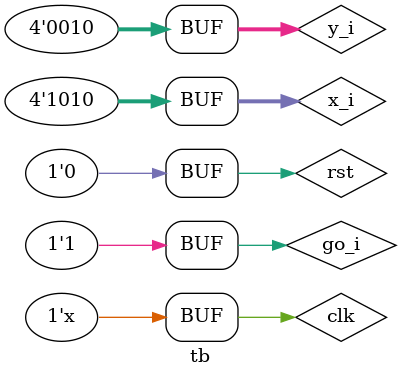
<source format=v>
`timescale 1ns / 1ps


module tb(

    );
    
    reg [3:0] x_i,y_i;
    wire [3:0] dout;
    reg rst,go_i,clk;
    
    
    GCD_cal dut(x_i,y_i, go_i,clk, rst, dout);
    initial begin
      clk =1;
      go_i=1;
      rst = 1;
      x_i=4'd10; y_i=4'd2;
      #40;
           rst =0;
   
  
  
 
      
    
    end
    
    always #5 clk = ~clk;
endmodule

</source>
